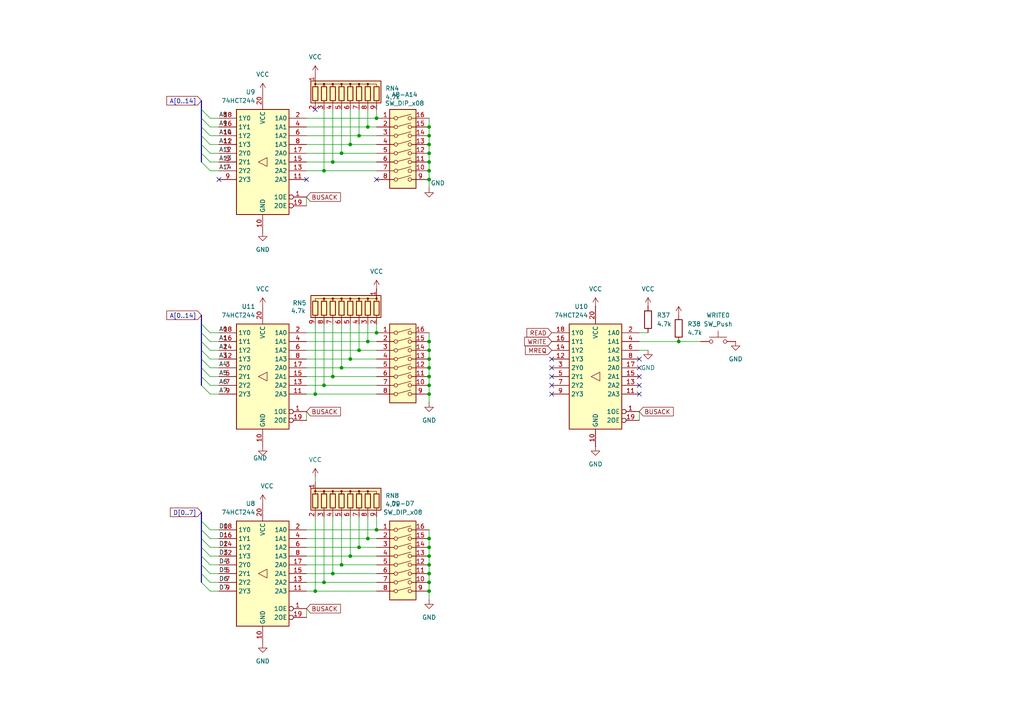
<source format=kicad_sch>
(kicad_sch (version 20250114) (generator "eeschema") (generator_version "9.0")
  (paper "A4")
  (lib_symbols
    (symbol "74xx:74HCT244"
      (property "Reference" "U" (at -7.62 16.51 0))
      (property "Value" "74HCT244" (at -7.62 -16.51 0))
      (symbol "74HCT244_1_0"
        (polyline (pts (xy 1.27 0) (xy -1.27 1.27) (xy -1.27 -1.27) (xy 1.27 0)) (stroke (width 0.1524)))
        (pin input line (at -12.7 12.7 0) (length 5.08) (name "1A0") (number "2"))
        (pin input line (at -12.7 10.16 0) (length 5.08) (name "1A1") (number "4"))
        (pin input line (at -12.7 7.62 0) (length 5.08) (name "1A2") (number "6"))
        (pin input line (at -12.7 5.08 0) (length 5.08) (name "1A3") (number "8"))
        (pin input line (at -12.7 2.54 0) (length 5.08) (name "2A0") (number "17"))
        (pin input line (at -12.7 0 0) (length 5.08) (name "2A1") (number "15"))
        (pin input line (at -12.7 -2.54 0) (length 5.08) (name "2A2") (number "13"))
        (pin input line (at -12.7 -5.08 0) (length 5.08) (name "2A3") (number "11"))
        (pin input inverted (at -12.7 -10.16 0) (length 5.08) (name "1OE") (number "1"))
        (pin input inverted (at -12.7 -12.7 0) (length 5.08) (name "2OE") (number "19"))
        (pin power_in line (at 0 20.32 270) (length 5.08) (name "VCC") (number "20"))
        (pin power_in line (at 0 -20.32 90) (length 5.08) (name "GND") (number "10"))
        (pin tri_state line (at 12.7 12.7 180) (length 5.08) (name "1Y0") (number "18"))
        (pin tri_state line (at 12.7 10.16 180) (length 5.08) (name "1Y1") (number "16"))
        (pin tri_state line (at 12.7 7.62 180) (length 5.08) (name "1Y2") (number "14"))
        (pin tri_state line (at 12.7 5.08 180) (length 5.08) (name "1Y3") (number "12"))
        (pin tri_state line (at 12.7 2.54 180) (length 5.08) (name "2Y0") (number "3"))
        (pin tri_state line (at 12.7 0 180) (length 5.08) (name "2Y1") (number "5"))
        (pin tri_state line (at 12.7 -2.54 180) (length 5.08) (name "2Y2") (number "7"))
        (pin tri_state line (at 12.7 -5.08 180) (length 5.08) (name "2Y3") (number "9"))
      )
      (symbol "74HCT244_1_1"
        (rectangle (start -7.62 15.24) (end 7.62 -15.24) (stroke (width 0.254)) (fill (type background)))
      )
    )
    (symbol "Device:R" (pin_numbers (hide yes)) (pin_names (offset 0))
      (property "Reference" "R" (at 2.032 0 90))
      (property "Value" "R" (at 0 0 90))
      (symbol "R_0_1"
        (rectangle (start -1.016 -2.54) (end 1.016 2.54) (stroke (width 0.254)))
      )
      (symbol "R_1_1"
        (pin passive line (at 0 3.81 270) (length 1.27) (name "~") (number "1"))
        (pin passive line (at 0 -3.81 90) (length 1.27) (name "~") (number "2"))
      )
    )
    (symbol "Device:R_Network08" (pin_names (offset 0) (hide yes))
      (property "Reference" "RN" (at -12.7 0 90))
      (property "Value" "R_Network08" (at 10.16 0 90))
      (symbol "R_Network08_0_1"
        (rectangle (start -11.43 -3.175) (end 8.89 3.175) (stroke (width 0.254)) (fill (type background)))
        (rectangle (start -10.922 1.524) (end -9.398 -2.54) (stroke (width 0.254)))
        (circle (center -10.16 2.286) (radius 0.254) (fill (type outline)))
        (polyline (pts (xy -10.16 1.524) (xy -10.16 2.286) (xy -7.62 2.286) (xy -7.62 1.524)))
        (polyline (pts (xy -10.16 -2.54) (xy -10.16 -3.81)))
        (rectangle (start -8.382 1.524) (end -6.858 -2.54) (stroke (width 0.254)))
        (circle (center -7.62 2.286) (radius 0.254) (fill (type outline)))
        (polyline (pts (xy -7.62 1.524) (xy -7.62 2.286) (xy -5.08 2.286) (xy -5.08 1.524)))
        (polyline (pts (xy -7.62 -2.54) (xy -7.62 -3.81)))
        (rectangle (start -5.842 1.524) (end -4.318 -2.54) (stroke (width 0.254)))
        (circle (center -5.08 2.286) (radius 0.254) (fill (type outline)))
        (polyline (pts (xy -5.08 1.524) (xy -5.08 2.286) (xy -2.54 2.286) (xy -2.54 1.524)))
        (polyline (pts (xy -5.08 -2.54) (xy -5.08 -3.81)))
        (rectangle (start -3.302 1.524) (end -1.778 -2.54) (stroke (width 0.254)))
        (circle (center -2.54 2.286) (radius 0.254) (fill (type outline)))
        (polyline (pts (xy -2.54 1.524) (xy -2.54 2.286) (xy 0 2.286) (xy 0 1.524)))
        (polyline (pts (xy -2.54 -2.54) (xy -2.54 -3.81)))
        (rectangle (start -0.762 1.524) (end 0.762 -2.54) (stroke (width 0.254)))
        (circle (center 0 2.286) (radius 0.254) (fill (type outline)))
        (polyline (pts (xy 0 1.524) (xy 0 2.286) (xy 2.54 2.286) (xy 2.54 1.524)))
        (polyline (pts (xy 0 -2.54) (xy 0 -3.81)))
        (rectangle (start 1.778 1.524) (end 3.302 -2.54) (stroke (width 0.254)))
        (circle (center 2.54 2.286) (radius 0.254) (fill (type outline)))
        (polyline (pts (xy 2.54 1.524) (xy 2.54 2.286) (xy 5.08 2.286) (xy 5.08 1.524)))
        (polyline (pts (xy 2.54 -2.54) (xy 2.54 -3.81)))
        (rectangle (start 4.318 1.524) (end 5.842 -2.54) (stroke (width 0.254)))
        (circle (center 5.08 2.286) (radius 0.254) (fill (type outline)))
        (polyline (pts (xy 5.08 1.524) (xy 5.08 2.286) (xy 7.62 2.286) (xy 7.62 1.524)))
        (polyline (pts (xy 5.08 -2.54) (xy 5.08 -3.81)))
        (rectangle (start 6.858 1.524) (end 8.382 -2.54) (stroke (width 0.254)))
        (polyline (pts (xy 7.62 -2.54) (xy 7.62 -3.81)))
      )
      (symbol "R_Network08_1_1"
        (pin passive line (at -10.16 5.08 270) (length 2.54) (name "common") (number "1"))
        (pin passive line (at -10.16 -5.08 90) (length 1.27) (name "R1") (number "2"))
        (pin passive line (at -7.62 -5.08 90) (length 1.27) (name "R2") (number "3"))
        (pin passive line (at -5.08 -5.08 90) (length 1.27) (name "R3") (number "4"))
        (pin passive line (at -2.54 -5.08 90) (length 1.27) (name "R4") (number "5"))
        (pin passive line (at 0 -5.08 90) (length 1.27) (name "R5") (number "6"))
        (pin passive line (at 2.54 -5.08 90) (length 1.27) (name "R6") (number "7"))
        (pin passive line (at 5.08 -5.08 90) (length 1.27) (name "R7") (number "8"))
        (pin passive line (at 7.62 -5.08 90) (length 1.27) (name "R8") (number "9"))
      )
    )
    (symbol "Switch:SW_DIP_x08" (pin_names (offset 0) (hide yes))
      (property "Reference" "SW" (at 0 13.97 0))
      (property "Value" "SW_DIP_x08" (at 0 -11.43 0))
      (symbol "SW_DIP_x08_0_0"
        (circle (center -2.032 10.16) (radius 0.508))
        (circle (center -2.032 7.62) (radius 0.508))
        (circle (center -2.032 5.08) (radius 0.508))
        (circle (center -2.032 2.54) (radius 0.508))
        (circle (center -2.032 0) (radius 0.508))
        (circle (center -2.032 -2.54) (radius 0.508))
        (circle (center -2.032 -5.08) (radius 0.508))
        (circle (center -2.032 -7.62) (radius 0.508))
        (polyline (pts (xy -1.524 10.287) (xy 2.3622 11.3284)))
        (polyline (pts (xy -1.524 7.747) (xy 2.3622 8.7884)))
        (polyline (pts (xy -1.524 5.207) (xy 2.3622 6.2484)))
        (polyline (pts (xy -1.524 2.667) (xy 2.3622 3.7084)))
        (polyline (pts (xy -1.524 0.127) (xy 2.3622 1.1684)))
        (polyline (pts (xy -1.524 -2.3876) (xy 2.3622 -1.3462)))
        (polyline (pts (xy -1.524 -4.9276) (xy 2.3622 -3.8862)))
        (polyline (pts (xy -1.524 -7.4676) (xy 2.3622 -6.4262)))
        (circle (center 2.032 10.16) (radius 0.508))
        (circle (center 2.032 7.62) (radius 0.508))
        (circle (center 2.032 5.08) (radius 0.508))
        (circle (center 2.032 2.54) (radius 0.508))
        (circle (center 2.032 0) (radius 0.508))
        (circle (center 2.032 -2.54) (radius 0.508))
        (circle (center 2.032 -5.08) (radius 0.508))
        (circle (center 2.032 -7.62) (radius 0.508))
      )
      (symbol "SW_DIP_x08_0_1"
        (rectangle (start -3.81 12.7) (end 3.81 -10.16) (stroke (width 0.254)) (fill (type background)))
      )
      (symbol "SW_DIP_x08_1_1"
        (pin passive line (at -7.62 10.16 0) (length 5.08) (name "~") (number "1"))
        (pin passive line (at -7.62 7.62 0) (length 5.08) (name "~") (number "2"))
        (pin passive line (at -7.62 5.08 0) (length 5.08) (name "~") (number "3"))
        (pin passive line (at -7.62 2.54 0) (length 5.08) (name "~") (number "4"))
        (pin passive line (at -7.62 0 0) (length 5.08) (name "~") (number "5"))
        (pin passive line (at -7.62 -2.54 0) (length 5.08) (name "~") (number "6"))
        (pin passive line (at -7.62 -5.08 0) (length 5.08) (name "~") (number "7"))
        (pin passive line (at -7.62 -7.62 0) (length 5.08) (name "~") (number "8"))
        (pin passive line (at 7.62 10.16 180) (length 5.08) (name "~") (number "16"))
        (pin passive line (at 7.62 7.62 180) (length 5.08) (name "~") (number "15"))
        (pin passive line (at 7.62 5.08 180) (length 5.08) (name "~") (number "14"))
        (pin passive line (at 7.62 2.54 180) (length 5.08) (name "~") (number "13"))
        (pin passive line (at 7.62 0 180) (length 5.08) (name "~") (number "12"))
        (pin passive line (at 7.62 -2.54 180) (length 5.08) (name "~") (number "11"))
        (pin passive line (at 7.62 -5.08 180) (length 5.08) (name "~") (number "10"))
        (pin passive line (at 7.62 -7.62 180) (length 5.08) (name "~") (number "9"))
      )
    )
    (symbol "Switch:SW_Push" (pin_numbers (hide yes)) (pin_names (offset 1.016) (hide yes))
      (property "Reference" "SW" (at 1.27 2.54 0))
      (property "Value" "SW_Push" (at 0 -1.524 0))
      (symbol "SW_Push_0_1"
        (circle (center -2.032 0) (radius 0.508))
        (polyline (pts (xy 0 1.27) (xy 0 3.048)))
        (circle (center 2.032 0) (radius 0.508))
        (polyline (pts (xy 2.54 1.27) (xy -2.54 1.27)))
        (pin passive line (at -5.08 0 0) (length 2.54) (name "1") (number "1"))
        (pin passive line (at 5.08 0 180) (length 2.54) (name "2") (number "2"))
      )
    )
    (symbol "power:GND" (power) (pin_numbers (hide yes)) (pin_names (offset 0) (hide yes))
      (property "Value" "GND" (at 0 -3.81 0))
      (symbol "GND_0_1"
        (polyline (pts (xy 0 0) (xy 0 -1.27) (xy 1.27 -1.27) (xy 0 -2.54) (xy -1.27 -1.27) (xy 0 -1.27)))
      )
      (symbol "GND_1_1"
        (pin power_in line (at 0 0 270) (length 0) (name "~") (number "1"))
      )
    )
    (symbol "power:VCC" (power) (pin_numbers (hide yes)) (pin_names (offset 0) (hide yes))
      (property "Value" "VCC" (at 0 3.556 0))
      (symbol "VCC_0_1"
        (polyline (pts (xy -0.762 1.27) (xy 0 2.54)))
        (polyline (pts (xy 0 2.54) (xy 0.762 1.27)))
        (polyline (pts (xy 0 0) (xy 0 2.54)))
      )
      (symbol "VCC_1_1"
        (pin power_in line (at 0 0 90) (length 0) (name "~") (number "1"))
      )
    )
  )
  (junction (at 124.46 111.76))
  (junction (at 124.46 104.14))
  (junction (at 109.22 96.52))
  (junction (at 93.98 49.53))
  (junction (at 96.52 109.22))
  (junction (at 109.22 34.29))
  (junction (at 101.6 104.14))
  (junction (at 124.46 109.22))
  (junction (at 109.22 153.67))
  (junction (at 124.46 52.07))
  (junction (at 124.46 44.45))
  (junction (at 124.46 156.21))
  (junction (at 106.68 36.83))
  (junction (at 101.6 41.91))
  (junction (at 101.6 161.29))
  (junction (at 93.98 111.76))
  (junction (at 124.46 158.75))
  (junction (at 124.46 161.29))
  (junction (at 104.14 39.37))
  (junction (at 124.46 39.37))
  (junction (at 124.46 171.45))
  (junction (at 104.14 158.75))
  (junction (at 99.06 163.83))
  (junction (at 104.14 101.6))
  (junction (at 99.06 106.68))
  (junction (at 124.46 41.91))
  (junction (at 106.68 156.21))
  (junction (at 124.46 163.83))
  (junction (at 124.46 49.53))
  (junction (at 124.46 46.99))
  (junction (at 124.46 99.06))
  (junction (at 91.44 171.45))
  (junction (at 106.68 99.06))
  (junction (at 99.06 44.45))
  (junction (at 124.46 36.83))
  (junction (at 91.44 114.3))
  (junction (at 196.85 99.06))
  (junction (at 96.52 166.37))
  (junction (at 124.46 114.3))
  (junction (at 124.46 166.37))
  (junction (at 124.46 168.91))
  (junction (at 96.52 46.99))
  (junction (at 124.46 101.6))
  (junction (at 93.98 168.91))
  (junction (at 124.46 106.68))
  (no_connect (at 185.42 106.68))
  (no_connect (at 160.02 111.76))
  (no_connect (at 185.42 109.22))
  (no_connect (at 160.02 109.22))
  (no_connect (at 185.42 104.14))
  (no_connect (at 160.02 106.68))
  (no_connect (at 91.44 31.75))
  (no_connect (at 185.42 111.76))
  (no_connect (at 160.02 104.14))
  (no_connect (at 88.9 52.07))
  (no_connect (at 185.42 114.3))
  (no_connect (at 63.5 52.07))
  (no_connect (at 160.02 114.3))
  (no_connect (at 109.22 52.07))
  (bus_entry (at 58.42 101.6) (size 2.54 2.54))
  (bus_entry (at 58.42 36.83) (size 2.54 2.54))
  (bus_entry (at 58.42 106.68) (size 2.54 2.54))
  (bus_entry (at 58.42 158.75) (size 2.54 2.54))
  (bus_entry (at 58.42 168.91) (size 2.54 2.54))
  (bus_entry (at 58.42 166.37) (size 2.54 2.54))
  (bus_entry (at 58.42 41.91) (size 2.54 2.54))
  (bus_entry (at 58.42 163.83) (size 2.54 2.54))
  (bus_entry (at 58.42 151.13) (size 2.54 2.54))
  (bus_entry (at 58.42 31.75) (size 2.54 2.54))
  (bus_entry (at 58.42 153.67) (size 2.54 2.54))
  (bus_entry (at 58.42 34.29) (size 2.54 2.54))
  (bus_entry (at 58.42 99.06) (size 2.54 2.54))
  (bus_entry (at 58.42 109.22) (size 2.54 2.54))
  (bus_entry (at 58.42 104.14) (size 2.54 2.54))
  (bus_entry (at 58.42 44.45) (size 2.54 2.54))
  (bus_entry (at 58.42 111.76) (size 2.54 2.54))
  (bus_entry (at 58.42 161.29) (size 2.54 2.54))
  (bus_entry (at 58.42 96.52) (size 2.54 2.54))
  (bus_entry (at 58.42 46.99) (size 2.54 2.54))
  (bus_entry (at 58.42 39.37) (size 2.54 2.54))
  (bus_entry (at 58.42 156.21) (size 2.54 2.54))
  (bus_entry (at 58.42 93.98) (size 2.54 2.54))
  (wire (pts (xy 185.42 119.38) (xy 185.42 121.92)))
  (wire (pts (xy 124.46 49.53) (xy 124.46 52.07)))
  (bus (pts (xy 58.42 151.13) (xy 58.42 153.67)))
  (wire (pts (xy 124.46 39.37) (xy 124.46 41.91)))
  (wire (pts (xy 93.98 149.86) (xy 93.98 168.91)))
  (wire (pts (xy 106.68 99.06) (xy 109.22 99.06)))
  (wire (pts (xy 96.52 31.75) (xy 96.52 46.99)))
  (wire (pts (xy 124.46 163.83) (xy 124.46 166.37)))
  (wire (pts (xy 91.44 149.86) (xy 91.44 171.45)))
  (wire (pts (xy 109.22 149.86) (xy 109.22 153.67)))
  (wire (pts (xy 96.52 109.22) (xy 109.22 109.22)))
  (wire (pts (xy 96.52 46.99) (xy 109.22 46.99)))
  (wire (pts (xy 60.96 109.22) (xy 63.5 109.22)))
  (wire (pts (xy 60.96 171.45) (xy 63.5 171.45)))
  (bus (pts (xy 58.42 163.83) (xy 58.42 166.37)))
  (wire (pts (xy 124.46 96.52) (xy 124.46 99.06)))
  (wire (pts (xy 88.9 96.52) (xy 109.22 96.52)))
  (bus (pts (xy 58.42 93.98) (xy 58.42 96.52)))
  (bus (pts (xy 58.42 29.21) (xy 58.42 31.75)))
  (wire (pts (xy 124.46 156.21) (xy 124.46 158.75)))
  (bus (pts (xy 58.42 99.06) (xy 58.42 101.6)))
  (wire (pts (xy 88.9 99.06) (xy 106.68 99.06)))
  (wire (pts (xy 93.98 49.53) (xy 109.22 49.53)))
  (wire (pts (xy 88.9 41.91) (xy 101.6 41.91)))
  (wire (pts (xy 60.96 99.06) (xy 63.5 99.06)))
  (bus (pts (xy 58.42 34.29) (xy 58.42 36.83)))
  (wire (pts (xy 93.98 93.98) (xy 93.98 111.76)))
  (wire (pts (xy 88.9 161.29) (xy 101.6 161.29)))
  (wire (pts (xy 60.96 41.91) (xy 63.5 41.91)))
  (wire (pts (xy 60.96 168.91) (xy 63.5 168.91)))
  (bus (pts (xy 58.42 44.45) (xy 58.42 46.99)))
  (wire (pts (xy 88.9 34.29) (xy 109.22 34.29)))
  (wire (pts (xy 106.68 31.75) (xy 106.68 36.83)))
  (wire (pts (xy 124.46 34.29) (xy 124.46 36.83)))
  (wire (pts (xy 91.44 171.45) (xy 109.22 171.45)))
  (wire (pts (xy 99.06 93.98) (xy 99.06 106.68)))
  (wire (pts (xy 88.9 163.83) (xy 99.06 163.83)))
  (wire (pts (xy 99.06 163.83) (xy 109.22 163.83)))
  (wire (pts (xy 124.46 36.83) (xy 124.46 39.37)))
  (wire (pts (xy 124.46 106.68) (xy 124.46 109.22)))
  (wire (pts (xy 124.46 171.45) (xy 124.46 173.99)))
  (bus (pts (xy 58.42 156.21) (xy 58.42 158.75)))
  (wire (pts (xy 104.14 31.75) (xy 104.14 39.37)))
  (wire (pts (xy 60.96 153.67) (xy 63.5 153.67)))
  (wire (pts (xy 185.42 101.6) (xy 187.96 101.6)))
  (wire (pts (xy 185.42 99.06) (xy 196.85 99.06)))
  (wire (pts (xy 91.44 93.98) (xy 91.44 114.3)))
  (wire (pts (xy 60.96 101.6) (xy 63.5 101.6)))
  (wire (pts (xy 124.46 46.99) (xy 124.46 49.53)))
  (wire (pts (xy 196.85 99.06) (xy 203.2 99.06)))
  (wire (pts (xy 60.96 34.29) (xy 63.5 34.29)))
  (wire (pts (xy 88.9 114.3) (xy 91.44 114.3)))
  (wire (pts (xy 99.06 149.86) (xy 99.06 163.83)))
  (bus (pts (xy 58.42 153.67) (xy 58.42 156.21)))
  (bus (pts (xy 58.42 158.75) (xy 58.42 161.29)))
  (wire (pts (xy 99.06 31.75) (xy 99.06 44.45)))
  (wire (pts (xy 101.6 41.91) (xy 109.22 41.91)))
  (wire (pts (xy 88.9 36.83) (xy 106.68 36.83)))
  (wire (pts (xy 88.9 44.45) (xy 99.06 44.45)))
  (wire (pts (xy 96.52 149.86) (xy 96.52 166.37)))
  (wire (pts (xy 104.14 39.37) (xy 109.22 39.37)))
  (wire (pts (xy 93.98 168.91) (xy 109.22 168.91)))
  (wire (pts (xy 88.9 101.6) (xy 104.14 101.6)))
  (bus (pts (xy 58.42 41.91) (xy 58.42 44.45)))
  (wire (pts (xy 124.46 109.22) (xy 124.46 111.76)))
  (wire (pts (xy 104.14 158.75) (xy 109.22 158.75)))
  (wire (pts (xy 124.46 101.6) (xy 124.46 104.14)))
  (wire (pts (xy 88.9 171.45) (xy 91.44 171.45)))
  (wire (pts (xy 88.9 168.91) (xy 93.98 168.91)))
  (bus (pts (xy 58.42 166.37) (xy 58.42 168.91)))
  (wire (pts (xy 88.9 57.15) (xy 88.9 59.69)))
  (wire (pts (xy 60.96 46.99) (xy 63.5 46.99)))
  (wire (pts (xy 60.96 36.83) (xy 63.5 36.83)))
  (wire (pts (xy 106.68 36.83) (xy 109.22 36.83)))
  (wire (pts (xy 99.06 44.45) (xy 109.22 44.45)))
  (bus (pts (xy 58.42 104.14) (xy 58.42 106.68)))
  (wire (pts (xy 93.98 31.75) (xy 93.98 49.53)))
  (wire (pts (xy 60.96 158.75) (xy 63.5 158.75)))
  (wire (pts (xy 96.52 93.98) (xy 96.52 109.22)))
  (wire (pts (xy 106.68 93.98) (xy 106.68 99.06)))
  (wire (pts (xy 60.96 49.53) (xy 63.5 49.53)))
  (wire (pts (xy 60.96 156.21) (xy 63.5 156.21)))
  (wire (pts (xy 101.6 31.75) (xy 101.6 41.91)))
  (wire (pts (xy 124.46 168.91) (xy 124.46 171.45)))
  (wire (pts (xy 96.52 166.37) (xy 109.22 166.37)))
  (wire (pts (xy 93.98 111.76) (xy 109.22 111.76)))
  (wire (pts (xy 60.96 44.45) (xy 63.5 44.45)))
  (bus (pts (xy 58.42 96.52) (xy 58.42 99.06)))
  (bus (pts (xy 58.42 36.83) (xy 58.42 39.37)))
  (wire (pts (xy 91.44 114.3) (xy 109.22 114.3)))
  (wire (pts (xy 124.46 111.76) (xy 124.46 114.3)))
  (bus (pts (xy 58.42 31.75) (xy 58.42 34.29)))
  (wire (pts (xy 60.96 114.3) (xy 63.5 114.3)))
  (wire (pts (xy 88.9 153.67) (xy 109.22 153.67)))
  (wire (pts (xy 124.46 153.67) (xy 124.46 156.21)))
  (wire (pts (xy 124.46 114.3) (xy 124.46 116.84)))
  (wire (pts (xy 99.06 106.68) (xy 109.22 106.68)))
  (wire (pts (xy 60.96 104.14) (xy 63.5 104.14)))
  (wire (pts (xy 185.42 96.52) (xy 187.96 96.52)))
  (wire (pts (xy 104.14 149.86) (xy 104.14 158.75)))
  (wire (pts (xy 60.96 163.83) (xy 63.5 163.83)))
  (bus (pts (xy 58.42 106.68) (xy 58.42 109.22)))
  (wire (pts (xy 88.9 104.14) (xy 101.6 104.14)))
  (wire (pts (xy 124.46 166.37) (xy 124.46 168.91)))
  (wire (pts (xy 106.68 149.86) (xy 106.68 156.21)))
  (wire (pts (xy 101.6 149.86) (xy 101.6 161.29)))
  (wire (pts (xy 88.9 111.76) (xy 93.98 111.76)))
  (wire (pts (xy 124.46 99.06) (xy 124.46 101.6)))
  (wire (pts (xy 88.9 109.22) (xy 96.52 109.22)))
  (wire (pts (xy 124.46 158.75) (xy 124.46 161.29)))
  (bus (pts (xy 58.42 109.22) (xy 58.42 111.76)))
  (wire (pts (xy 60.96 39.37) (xy 63.5 39.37)))
  (bus (pts (xy 58.42 91.44) (xy 58.42 93.98)))
  (wire (pts (xy 124.46 44.45) (xy 124.46 46.99)))
  (wire (pts (xy 88.9 106.68) (xy 99.06 106.68)))
  (wire (pts (xy 124.46 41.91) (xy 124.46 44.45)))
  (wire (pts (xy 60.96 111.76) (xy 63.5 111.76)))
  (wire (pts (xy 88.9 49.53) (xy 93.98 49.53)))
  (wire (pts (xy 60.96 106.68) (xy 63.5 106.68)))
  (wire (pts (xy 109.22 93.98) (xy 109.22 96.52)))
  (wire (pts (xy 60.96 166.37) (xy 63.5 166.37)))
  (wire (pts (xy 124.46 52.07) (xy 124.46 54.61)))
  (wire (pts (xy 104.14 93.98) (xy 104.14 101.6)))
  (wire (pts (xy 106.68 156.21) (xy 109.22 156.21)))
  (wire (pts (xy 104.14 101.6) (xy 109.22 101.6)))
  (bus (pts (xy 58.42 39.37) (xy 58.42 41.91)))
  (wire (pts (xy 88.9 119.38) (xy 88.9 121.92)))
  (bus (pts (xy 58.42 101.6) (xy 58.42 104.14)))
  (wire (pts (xy 88.9 156.21) (xy 106.68 156.21)))
  (wire (pts (xy 88.9 176.53) (xy 88.9 179.07)))
  (wire (pts (xy 88.9 39.37) (xy 104.14 39.37)))
  (wire (pts (xy 101.6 161.29) (xy 109.22 161.29)))
  (bus (pts (xy 58.42 148.59) (xy 58.42 151.13)))
  (wire (pts (xy 88.9 166.37) (xy 96.52 166.37)))
  (wire (pts (xy 88.9 46.99) (xy 96.52 46.99)))
  (bus (pts (xy 58.42 161.29) (xy 58.42 163.83)))
  (wire (pts (xy 88.9 158.75) (xy 104.14 158.75)))
  (wire (pts (xy 101.6 93.98) (xy 101.6 104.14)))
  (wire (pts (xy 124.46 161.29) (xy 124.46 163.83)))
  (wire (pts (xy 124.46 104.14) (xy 124.46 106.68)))
  (wire (pts (xy 91.44 139.7) (xy 91.44 138.43)))
  (wire (pts (xy 60.96 161.29) (xy 63.5 161.29)))
  (wire (pts (xy 109.22 31.75) (xy 109.22 34.29)))
  (wire (pts (xy 101.6 104.14) (xy 109.22 104.14)))
  (wire (pts (xy 60.96 96.52) (xy 63.5 96.52)))
  (label "A2" (at 63.5 101.6 0))
  (label "A6" (at 63.5 111.76 0))
  (label "D0" (at 63.5 153.67 0))
  (label "A1" (at 63.5 99.06 0))
  (label "D2" (at 63.5 158.75 0))
  (label "A3" (at 63.5 104.14 0))
  (label "A12" (at 63.5 44.45 0))
  (label "A11" (at 63.5 41.91 0))
  (label "D5" (at 63.5 166.37 0))
  (label "A7" (at 63.5 114.3 0))
  (label "A0" (at 63.5 96.52 0))
  (label "A9" (at 63.5 36.83 0))
  (label "D6" (at 63.5 168.91 0))
  (label "A8" (at 63.5 34.29 0))
  (label "D1" (at 63.5 156.21 0))
  (label "D7" (at 63.5 171.45 0))
  (label "D4" (at 63.5 163.83 0))
  (label "A10" (at 63.5 39.37 0))
  (label "A4" (at 63.5 106.68 0))
  (label "A14" (at 63.5 49.53 0))
  (label "D3" (at 63.5 161.29 0))
  (label "A13" (at 63.5 46.99 0))
  (label "A5" (at 63.5 109.22 0))
  (global_label "BUSACK" (shape input) (at 88.9 119.38 0) (property "Intersheetrefs" "${INTERSHEET_REFS}" (effects (hide yes))))
  (global_label "BUSACK" (shape input) (at 88.9 57.15 0) (property "Intersheetrefs" "${INTERSHEET_REFS}" (effects (hide yes))))
  (global_label "A[0..14]" (shape input) (at 58.42 91.44 180) (property "Intersheetrefs" "${INTERSHEET_REFS}" (effects (hide yes))))
  (global_label "READ" (shape input) (at 160.02 96.52 180) (property "Intersheetrefs" "${INTERSHEET_REFS}" (effects (hide yes))))
  (global_label "BUSACK" (shape input) (at 185.42 119.38 0) (property "Intersheetrefs" "${INTERSHEET_REFS}" (effects (hide yes))))
  (global_label "D[0..7]" (shape input) (at 58.42 148.59 180) (property "Intersheetrefs" "${INTERSHEET_REFS}" (effects (hide yes))))
  (global_label "A[0..14]" (shape input) (at 58.42 29.21 180) (property "Intersheetrefs" "${INTERSHEET_REFS}" (effects (hide yes))))
  (global_label "MREQ" (shape input) (at 160.02 101.6 180) (property "Intersheetrefs" "${INTERSHEET_REFS}" (effects (hide yes))))
  (global_label "BUSACK" (shape input) (at 88.9 176.53 0) (property "Intersheetrefs" "${INTERSHEET_REFS}" (effects (hide yes))))
  (global_label "WRITE" (shape input) (at 160.02 99.06 180) (property "Intersheetrefs" "${INTERSHEET_REFS}" (effects (hide yes))))
  (symbol (lib_id "power:GND") (at 76.2 67.31 0) (unit 1)
    (property "Reference" "#PWR039" (effects (hide yes)))
    (property "Value" "GND" (at 76.2 72.39 0))
    (property "Description" "Power symbol creates a global label with name \"GND\" , ground" (effects (hide yes)))
  )
  (symbol (lib_id "74xx:74HCT244") (at 172.72 109.22 0) (mirror y) (unit 1)
    (property "Reference" "U10" (at 170.5767 88.9 0) (effects (justify left)))
    (property "Value" "74HCT244" (at 170.5767 91.44 0) (effects (justify left)))
    (property "Footprint" "Package_DIP:DIP-20_W7.62mm_Socket" (effects (hide yes)))
    (property "Datasheet" "https://assets.nexperia.com/documents/data-sheet/74HC_HCT244.pdf" (effects (hide yes)))
    (property "Description" "8-bit Buffer/Line Driver 3-state" (effects (hide yes)))
  )
  (symbol (lib_id "Switch:SW_DIP_x08") (at 116.84 106.68 0) (unit 1)
    (property "Reference" "A0-A7" (effects (hide yes)))
    (property "Value" "SW_DIP_x08" (effects (hide yes)))
    (property "Footprint" "Package_DIP:DIP-16_W7.62mm_Socket" (effects (hide yes)))
    (property "Description" "8x DIP Switch, Single Pole Single Throw (SPST) switch, small symbol" (effects (hide yes)))
  )
  (symbol (lib_id "Device:R") (at 196.85 95.25 0) (unit 1)
    (property "Reference" "R38" (at 199.39 93.9799 0) (effects (justify left)))
    (property "Value" "4.7k" (at 199.39 96.5199 0) (effects (justify left)))
    (property "Footprint" "Resistor_THT:R_Axial_DIN0204_L3.6mm_D1.6mm_P7.62mm_Horizontal" (effects (hide yes)))
    (property "Description" "Resistor" (effects (hide yes)))
  )
  (symbol (lib_id "74xx:74HCT244") (at 76.2 46.99 0) (mirror y) (unit 1)
    (property "Reference" "U9" (at 74.0567 26.67 0) (effects (justify left)))
    (property "Value" "74HCT244" (at 74.0567 29.21 0) (effects (justify left)))
    (property "Footprint" "Package_DIP:DIP-20_W7.62mm_Socket" (effects (hide yes)))
    (property "Datasheet" "https://assets.nexperia.com/documents/data-sheet/74HC_HCT244.pdf" (effects (hide yes)))
    (property "Description" "8-bit Buffer/Line Driver 3-state" (effects (hide yes)))
  )
  (symbol (lib_id "power:VCC") (at 109.22 83.82 0) (unit 1)
    (property "Reference" "#PWR047" (effects (hide yes)))
    (property "Value" "VCC" (at 109.22 78.74 0))
    (property "Description" "Power symbol creates a global label with name \"VCC\"" (effects (hide yes)))
  )
  (symbol (lib_id "power:GND") (at 187.96 101.6 0) (unit 1)
    (property "Reference" "#PWR048" (effects (hide yes)))
    (property "Value" "GND" (at 187.96 106.68 0))
    (property "Description" "Power symbol creates a global label with name \"GND\" , ground" (effects (hide yes)))
  )
  (symbol (lib_id "power:VCC") (at 196.85 91.44 0) (unit 1)
    (property "Reference" "#PWR051" (effects (hide yes)))
    (property "Value" "VCC" (effects (hide yes)))
    (property "Description" "Power symbol creates a global label with name \"VCC\"" (effects (hide yes)))
  )
  (symbol (lib_id "power:VCC") (at 76.2 26.67 0) (unit 1)
    (property "Reference" "#PWR038" (effects (hide yes)))
    (property "Value" "VCC" (at 76.2 21.59 0))
    (property "Description" "Power symbol creates a global label with name \"VCC\"" (effects (hide yes)))
  )
  (symbol (lib_id "74xx:74HCT244") (at 76.2 166.37 0) (mirror y) (unit 1)
    (property "Reference" "U8" (at 74.0567 146.05 0) (effects (justify left)))
    (property "Value" "74HCT244" (at 74.0567 148.59 0) (effects (justify left)))
    (property "Footprint" "Package_DIP:DIP-20_W7.62mm_Socket" (effects (hide yes)))
    (property "Datasheet" "https://assets.nexperia.com/documents/data-sheet/74HC_HCT244.pdf" (effects (hide yes)))
    (property "Description" "8-bit Buffer/Line Driver 3-state" (effects (hide yes)))
  )
  (symbol (lib_id "power:VCC") (at 91.44 138.43 0) (unit 1)
    (property "Reference" "#PWR034" (effects (hide yes)))
    (property "Value" "VCC" (at 91.44 133.35 0))
    (property "Description" "Power symbol creates a global label with name \"VCC\"" (effects (hide yes)))
  )
  (symbol (lib_id "power:GND") (at 124.46 116.84 0) (unit 1)
    (property "Reference" "#PWR054" (effects (hide yes)))
    (property "Value" "GND" (at 124.46 121.92 0))
    (property "Description" "Power symbol creates a global label with name \"GND\" , ground" (effects (hide yes)))
  )
  (symbol (lib_id "power:GND") (at 124.46 173.99 0) (unit 1)
    (property "Reference" "#PWR058" (effects (hide yes)))
    (property "Value" "GND" (at 124.46 179.07 0))
    (property "Description" "Power symbol creates a global label with name \"GND\" , ground" (effects (hide yes)))
  )
  (symbol (lib_id "power:GND") (at 172.72 129.54 0) (unit 1)
    (property "Reference" "#PWR042" (effects (hide yes)))
    (property "Value" "GND" (at 172.72 134.62 0))
    (property "Description" "Power symbol creates a global label with name \"GND\" , ground" (effects (hide yes)))
  )
  (symbol (lib_id "power:GND") (at 213.36 99.06 0) (unit 1)
    (property "Reference" "#PWR056" (effects (hide yes)))
    (property "Value" "GND" (at 213.36 104.14 0))
    (property "Description" "Power symbol creates a global label with name \"GND\" , ground" (effects (hide yes)))
  )
  (symbol (lib_id "Device:R") (at 187.96 92.71 0) (unit 1)
    (property "Reference" "R37" (at 190.5 91.4399 0) (effects (justify left)))
    (property "Value" "4.7k" (at 190.5 93.9799 0) (effects (justify left)))
    (property "Footprint" "Resistor_THT:R_Axial_DIN0204_L3.6mm_D1.6mm_P7.62mm_Horizontal" (effects (hide yes)))
    (property "Description" "Resistor" (effects (hide yes)))
  )
  (symbol (lib_id "power:VCC") (at 76.2 88.9 0) (unit 1)
    (property "Reference" "#PWR043" (effects (hide yes)))
    (property "Value" "VCC" (at 76.2 83.82 0))
    (property "Description" "Power symbol creates a global label with name \"VCC\"" (effects (hide yes)))
  )
  (symbol (lib_id "Device:R_Network08") (at 99.06 88.9 0) (mirror y) (unit 1)
    (property "Reference" "RN5" (at 88.9 87.8839 0) (effects (justify left)))
    (property "Value" "4.7k" (at 88.646 90.17 0) (effects (justify left)))
    (property "Footprint" "Resistor_THT:R_Array_SIP9" (effects (hide yes)))
    (property "Datasheet" "http://www.vishay.com/docs/31509/csc.pdf" (effects (hide yes)))
    (property "Description" "8 resistor network, star topology, bussed resistors, small symbol" (effects (hide yes)))
  )
  (symbol (lib_id "Device:R_Network08") (at 101.6 144.78 0) (unit 1)
    (property "Reference" "RN8" (at 111.76 143.7639 0) (effects (justify left)))
    (property "Value" "4.7k" (at 111.76 146.3039 0) (effects (justify left)))
    (property "Footprint" "Resistor_THT:R_Array_SIP9" (effects (hide yes)))
    (property "Datasheet" "http://www.vishay.com/docs/31509/csc.pdf" (effects (hide yes)))
    (property "Description" "8 resistor network, star topology, bussed resistors, small symbol" (effects (hide yes)))
  )
  (symbol (lib_id "power:GND") (at 76.2 186.69 0) (unit 1)
    (property "Reference" "#PWR037" (effects (hide yes)))
    (property "Value" "GND" (at 76.2 191.77 0))
    (property "Description" "Power symbol creates a global label with name \"GND\" , ground" (effects (hide yes)))
  )
  (symbol (lib_id "power:VCC") (at 91.44 21.59 0) (unit 1)
    (property "Reference" "#PWR040" (effects (hide yes)))
    (property "Value" "VCC" (at 91.44 16.51 0))
    (property "Description" "Power symbol creates a global label with name \"VCC\"" (effects (hide yes)))
  )
  (symbol (lib_id "74xx:74HCT244") (at 76.2 109.22 0) (mirror y) (unit 1)
    (property "Reference" "U11" (at 74.0567 88.9 0) (effects (justify left)))
    (property "Value" "74HCT244" (at 74.0567 91.44 0) (effects (justify left)))
    (property "Footprint" "Package_DIP:DIP-20_W7.62mm_Socket" (effects (hide yes)))
    (property "Datasheet" "https://assets.nexperia.com/documents/data-sheet/74HC_HCT244.pdf" (effects (hide yes)))
    (property "Description" "8-bit Buffer/Line Driver 3-state" (effects (hide yes)))
  )
  (symbol (lib_id "Switch:SW_DIP_x08") (at 116.84 163.83 0) (unit 1)
    (property "Reference" "D0-D7" (at 116.84 146.05 0))
    (property "Value" "SW_DIP_x08" (at 116.84 148.59 0))
    (property "Footprint" "Package_DIP:DIP-16_W7.62mm_Socket" (effects (hide yes)))
    (property "Description" "8x DIP Switch, Single Pole Single Throw (SPST) switch, small symbol" (effects (hide yes)))
  )
  (symbol (lib_id "power:VCC") (at 187.96 88.9 0) (unit 1)
    (property "Reference" "#PWR050" (effects (hide yes)))
    (property "Value" "VCC" (at 187.96 83.82 0))
    (property "Description" "Power symbol creates a global label with name \"VCC\"" (effects (hide yes)))
  )
  (symbol (lib_id "power:GND") (at 76.2 129.54 0) (unit 1)
    (property "Reference" "#PWR044" (effects (hide yes)))
    (property "Value" "GND" (at 75.438 132.842 0))
    (property "Description" "Power symbol creates a global label with name \"GND\" , ground" (effects (hide yes)))
  )
  (symbol (lib_id "power:VCC") (at 172.72 88.9 0) (unit 1)
    (property "Reference" "#PWR041" (effects (hide yes)))
    (property "Value" "VCC" (at 172.72 83.82 0))
    (property "Description" "Power symbol creates a global label with name \"VCC\"" (effects (hide yes)))
  )
  (symbol (lib_id "Switch:SW_DIP_x08") (at 116.84 44.45 0) (unit 1)
    (property "Reference" "A8-A14" (at 117.348 27.432 0))
    (property "Value" "SW_DIP_x08" (at 117.348 29.972 0))
    (property "Footprint" "Package_DIP:DIP-16_W7.62mm_Socket" (effects (hide yes)))
    (property "Description" "8x DIP Switch, Single Pole Single Throw (SPST) switch, small symbol" (effects (hide yes)))
  )
  (symbol (lib_id "Device:R_Network08") (at 101.6 26.67 0) (unit 1)
    (property "Reference" "RN4" (at 111.76 25.6539 0) (effects (justify left)))
    (property "Value" "4.7k" (at 111.76 28.1939 0) (effects (justify left)))
    (property "Footprint" "Resistor_THT:R_Array_SIP9" (effects (hide yes)))
    (property "Datasheet" "http://www.vishay.com/docs/31509/csc.pdf" (effects (hide yes)))
    (property "Description" "8 resistor network, star topology, bussed resistors, small symbol" (effects (hide yes)))
  )
  (symbol (lib_id "power:GND") (at 124.46 54.61 0) (unit 1)
    (property "Reference" "#PWR055" (effects (hide yes)))
    (property "Value" "GND" (at 127 53.086 0))
    (property "Description" "Power symbol creates a global label with name \"GND\" , ground" (effects (hide yes)))
  )
  (symbol (lib_id "power:VCC") (at 76.2 146.05 0) (unit 1)
    (property "Reference" "#PWR036" (effects (hide yes)))
    (property "Value" "VCC" (at 77.47 140.97 0))
    (property "Description" "Power symbol creates a global label with name \"VCC\"" (effects (hide yes)))
  )
  (symbol (lib_id "Switch:SW_Push") (at 208.28 99.06 0) (unit 1)
    (property "Reference" "WRITE0" (at 208.28 91.44 0))
    (property "Value" "SW_Push" (at 208.28 93.98 0))
    (property "Footprint" "Button_Switch_THT:SW_PUSH_6mm" (effects (hide yes)))
    (property "Description" "Push button switch, generic, two pins" (effects (hide yes)))
  )
)
</source>
